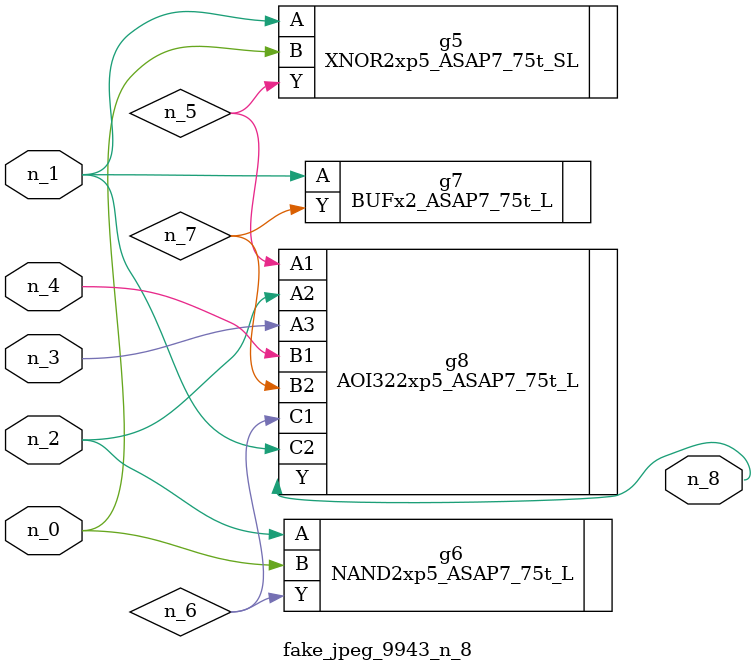
<source format=v>
module fake_jpeg_9943_n_8 (n_3, n_2, n_1, n_0, n_4, n_8);

input n_3;
input n_2;
input n_1;
input n_0;
input n_4;

output n_8;

wire n_6;
wire n_5;
wire n_7;

XNOR2xp5_ASAP7_75t_SL g5 ( 
.A(n_1),
.B(n_0),
.Y(n_5)
);

NAND2xp5_ASAP7_75t_L g6 ( 
.A(n_2),
.B(n_0),
.Y(n_6)
);

BUFx2_ASAP7_75t_L g7 ( 
.A(n_1),
.Y(n_7)
);

AOI322xp5_ASAP7_75t_L g8 ( 
.A1(n_5),
.A2(n_2),
.A3(n_3),
.B1(n_4),
.B2(n_7),
.C1(n_6),
.C2(n_1),
.Y(n_8)
);


endmodule
</source>
